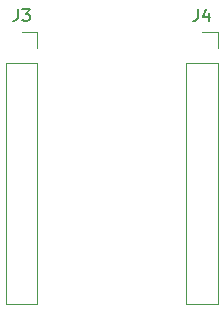
<source format=gbr>
G04 #@! TF.GenerationSoftware,KiCad,Pcbnew,7.0.1*
G04 #@! TF.CreationDate,2023-10-11T20:02:21-04:00*
G04 #@! TF.ProjectId,keyboard,6b657962-6f61-4726-942e-6b696361645f,rev?*
G04 #@! TF.SameCoordinates,Original*
G04 #@! TF.FileFunction,Legend,Top*
G04 #@! TF.FilePolarity,Positive*
%FSLAX46Y46*%
G04 Gerber Fmt 4.6, Leading zero omitted, Abs format (unit mm)*
G04 Created by KiCad (PCBNEW 7.0.1) date 2023-10-11 20:02:21*
%MOMM*%
%LPD*%
G01*
G04 APERTURE LIST*
%ADD10C,0.150000*%
%ADD11C,0.120000*%
G04 APERTURE END LIST*
D10*
X306916666Y-102692619D02*
X306916666Y-103406904D01*
X306916666Y-103406904D02*
X306869047Y-103549761D01*
X306869047Y-103549761D02*
X306773809Y-103645000D01*
X306773809Y-103645000D02*
X306630952Y-103692619D01*
X306630952Y-103692619D02*
X306535714Y-103692619D01*
X307821428Y-103025952D02*
X307821428Y-103692619D01*
X307583333Y-102645000D02*
X307345238Y-103359285D01*
X307345238Y-103359285D02*
X307964285Y-103359285D01*
X291666666Y-102692619D02*
X291666666Y-103406904D01*
X291666666Y-103406904D02*
X291619047Y-103549761D01*
X291619047Y-103549761D02*
X291523809Y-103645000D01*
X291523809Y-103645000D02*
X291380952Y-103692619D01*
X291380952Y-103692619D02*
X291285714Y-103692619D01*
X292047619Y-102692619D02*
X292666666Y-102692619D01*
X292666666Y-102692619D02*
X292333333Y-103073571D01*
X292333333Y-103073571D02*
X292476190Y-103073571D01*
X292476190Y-103073571D02*
X292571428Y-103121190D01*
X292571428Y-103121190D02*
X292619047Y-103168809D01*
X292619047Y-103168809D02*
X292666666Y-103264047D01*
X292666666Y-103264047D02*
X292666666Y-103502142D01*
X292666666Y-103502142D02*
X292619047Y-103597380D01*
X292619047Y-103597380D02*
X292571428Y-103645000D01*
X292571428Y-103645000D02*
X292476190Y-103692619D01*
X292476190Y-103692619D02*
X292190476Y-103692619D01*
X292190476Y-103692619D02*
X292095238Y-103645000D01*
X292095238Y-103645000D02*
X292047619Y-103597380D01*
D11*
X305920000Y-107270000D02*
X305920000Y-127650000D01*
X305920000Y-107270000D02*
X308580000Y-107270000D01*
X305920000Y-127650000D02*
X308580000Y-127650000D01*
X307250000Y-104670000D02*
X308580000Y-104670000D01*
X308580000Y-104670000D02*
X308580000Y-106000000D01*
X308580000Y-107270000D02*
X308580000Y-127650000D01*
X290670000Y-107270000D02*
X290670000Y-127650000D01*
X290670000Y-107270000D02*
X293330000Y-107270000D01*
X290670000Y-127650000D02*
X293330000Y-127650000D01*
X292000000Y-104670000D02*
X293330000Y-104670000D01*
X293330000Y-104670000D02*
X293330000Y-106000000D01*
X293330000Y-107270000D02*
X293330000Y-127650000D01*
M02*

</source>
